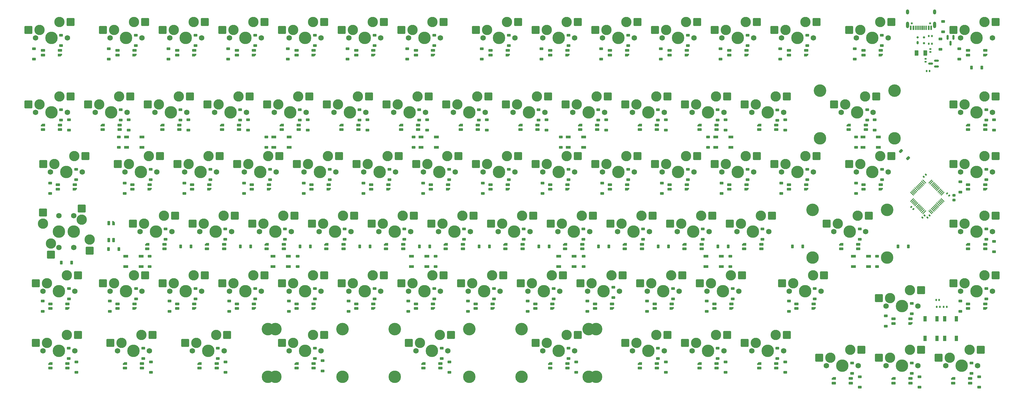
<source format=gbr>
%TF.GenerationSoftware,KiCad,Pcbnew,8.0.4*%
%TF.CreationDate,2024-09-06T17:25:15+02:00*%
%TF.ProjectId,kicad8,6b696361-6438-42e6-9b69-6361645f7063,rev?*%
%TF.SameCoordinates,Original*%
%TF.FileFunction,Soldermask,Bot*%
%TF.FilePolarity,Negative*%
%FSLAX46Y46*%
G04 Gerber Fmt 4.6, Leading zero omitted, Abs format (unit mm)*
G04 Created by KiCad (PCBNEW 8.0.4) date 2024-09-06 17:25:15*
%MOMM*%
%LPD*%
G01*
G04 APERTURE LIST*
G04 Aperture macros list*
%AMRoundRect*
0 Rectangle with rounded corners*
0 $1 Rounding radius*
0 $2 $3 $4 $5 $6 $7 $8 $9 X,Y pos of 4 corners*
0 Add a 4 corners polygon primitive as box body*
4,1,4,$2,$3,$4,$5,$6,$7,$8,$9,$2,$3,0*
0 Add four circle primitives for the rounded corners*
1,1,$1+$1,$2,$3*
1,1,$1+$1,$4,$5*
1,1,$1+$1,$6,$7*
1,1,$1+$1,$8,$9*
0 Add four rect primitives between the rounded corners*
20,1,$1+$1,$2,$3,$4,$5,0*
20,1,$1+$1,$4,$5,$6,$7,0*
20,1,$1+$1,$6,$7,$8,$9,0*
20,1,$1+$1,$8,$9,$2,$3,0*%
%AMFreePoly0*
4,1,18,-0.410000,0.593000,-0.403758,0.624380,-0.385983,0.650983,-0.359380,0.668758,-0.328000,0.675000,0.328000,0.675000,0.359380,0.668758,0.385983,0.650983,0.403758,0.624380,0.410000,0.593000,0.410000,-0.593000,0.403758,-0.624380,0.385983,-0.650983,0.359380,-0.668758,0.328000,-0.675000,0.000000,-0.675000,-0.410000,-0.265000,-0.410000,0.593000,-0.410000,0.593000,$1*%
G04 Aperture macros list end*
%ADD10C,3.987800*%
%ADD11C,4.000000*%
%ADD12RoundRect,0.225000X0.375000X-0.225000X0.375000X0.225000X-0.375000X0.225000X-0.375000X-0.225000X0*%
%ADD13RoundRect,0.082000X0.593000X-0.328000X0.593000X0.328000X-0.593000X0.328000X-0.593000X-0.328000X0*%
%ADD14FreePoly0,90.000000*%
%ADD15RoundRect,0.140000X0.140000X0.170000X-0.140000X0.170000X-0.140000X-0.170000X0.140000X-0.170000X0*%
%ADD16RoundRect,0.225000X-0.375000X0.225000X-0.375000X-0.225000X0.375000X-0.225000X0.375000X0.225000X0*%
%ADD17RoundRect,0.225000X-0.225000X-0.375000X0.225000X-0.375000X0.225000X0.375000X-0.225000X0.375000X0*%
%ADD18C,1.750000*%
%ADD19C,3.300000*%
%ADD20RoundRect,0.250000X1.025000X1.000000X-1.025000X1.000000X-1.025000X-1.000000X1.025000X-1.000000X0*%
%ADD21RoundRect,0.082000X-0.593000X0.328000X-0.593000X-0.328000X0.593000X-0.328000X0.593000X0.328000X0*%
%ADD22FreePoly0,270.000000*%
%ADD23R,1.500000X0.900000*%
%ADD24RoundRect,0.140000X0.170000X-0.140000X0.170000X0.140000X-0.170000X0.140000X-0.170000X-0.140000X0*%
%ADD25RoundRect,0.225000X0.225000X0.375000X-0.225000X0.375000X-0.225000X-0.375000X0.225000X-0.375000X0*%
%ADD26RoundRect,0.140000X-0.219203X-0.021213X-0.021213X-0.219203X0.219203X0.021213X0.021213X0.219203X0*%
%ADD27RoundRect,0.225000X0.250000X-0.225000X0.250000X0.225000X-0.250000X0.225000X-0.250000X-0.225000X0*%
%ADD28RoundRect,0.175000X-0.175000X-0.325000X0.175000X-0.325000X0.175000X0.325000X-0.175000X0.325000X0*%
%ADD29RoundRect,0.150000X-0.200000X-0.150000X0.200000X-0.150000X0.200000X0.150000X-0.200000X0.150000X0*%
%ADD30RoundRect,0.140000X-0.140000X-0.170000X0.140000X-0.170000X0.140000X0.170000X-0.140000X0.170000X0*%
%ADD31RoundRect,0.082000X0.328000X0.593000X-0.328000X0.593000X-0.328000X-0.593000X0.328000X-0.593000X0*%
%ADD32FreePoly0,180.000000*%
%ADD33C,0.650000*%
%ADD34R,0.600000X1.450000*%
%ADD35R,0.300000X1.450000*%
%ADD36O,1.000000X1.600000*%
%ADD37O,1.000000X2.100000*%
%ADD38RoundRect,0.250000X-1.000000X1.025000X-1.000000X-1.025000X1.000000X-1.025000X1.000000X1.025000X0*%
%ADD39RoundRect,0.225000X0.424264X0.106066X0.106066X0.424264X-0.424264X-0.106066X-0.106066X-0.424264X0*%
%ADD40RoundRect,0.135000X0.135000X0.185000X-0.135000X0.185000X-0.135000X-0.185000X0.135000X-0.185000X0*%
%ADD41RoundRect,0.150000X0.587500X0.150000X-0.587500X0.150000X-0.587500X-0.150000X0.587500X-0.150000X0*%
%ADD42RoundRect,0.250000X-0.375000X-0.625000X0.375000X-0.625000X0.375000X0.625000X-0.375000X0.625000X0*%
%ADD43R,1.000000X1.700000*%
%ADD44RoundRect,0.140000X0.021213X-0.219203X0.219203X-0.021213X-0.021213X0.219203X-0.219203X0.021213X0*%
%ADD45RoundRect,0.150000X-0.150000X0.587500X-0.150000X-0.587500X0.150000X-0.587500X0.150000X0.587500X0*%
%ADD46RoundRect,0.135000X-0.135000X-0.185000X0.135000X-0.185000X0.135000X0.185000X-0.135000X0.185000X0*%
%ADD47RoundRect,0.140000X-0.021213X0.219203X-0.219203X0.021213X0.021213X-0.219203X0.219203X-0.021213X0*%
%ADD48RoundRect,0.075000X-0.415425X-0.521491X0.521491X0.415425X0.415425X0.521491X-0.521491X-0.415425X0*%
%ADD49RoundRect,0.075000X0.415425X-0.521491X0.521491X-0.415425X-0.415425X0.521491X-0.521491X0.415425X0*%
%ADD50RoundRect,0.250000X1.000000X-1.025000X1.000000X1.025000X-1.000000X1.025000X-1.000000X-1.025000X0*%
G04 APERTURE END LIST*
D10*
%TO.C,SW1*%
X319936727Y-24773225D03*
%TD*%
D11*
%TO.C,S1*%
X269930477Y-41600725D03*
D10*
X269930477Y-56840725D03*
D11*
X293742977Y-41600725D03*
D10*
X293742977Y-56840725D03*
%TD*%
D11*
%TO.C,S3*%
X96099227Y-117800725D03*
D10*
X96099227Y-133040725D03*
D11*
X196111727Y-117800725D03*
D10*
X196111727Y-133040725D03*
%TD*%
D11*
%TO.C,S5*%
X134199227Y-117800725D03*
D10*
X134199227Y-133040725D03*
D11*
X158011727Y-117800725D03*
D10*
X158011727Y-133040725D03*
%TD*%
D11*
%TO.C,S4*%
X93717977Y-117800725D03*
D10*
X93717977Y-133040725D03*
D11*
X117530477Y-117800725D03*
D10*
X117530477Y-133040725D03*
%TD*%
D11*
%TO.C,S6*%
X174680477Y-117800725D03*
D10*
X174680477Y-133040725D03*
D11*
X198492977Y-117800725D03*
D10*
X198492977Y-133040725D03*
%TD*%
D11*
%TO.C,S2*%
X267549227Y-79700725D03*
D10*
X267549227Y-94940725D03*
D11*
X291361727Y-79700725D03*
D10*
X291361727Y-94940725D03*
%TD*%
D12*
%TO.C,D68*%
X203969852Y-107782600D03*
X203969852Y-104482600D03*
%TD*%
D13*
%TO.C,LED32*%
X283874227Y-71648225D03*
X283874227Y-73148225D03*
X289324227Y-71648225D03*
D14*
X289324227Y-73148225D03*
%TD*%
D15*
%TO.C,C10*%
X304941727Y-35398226D03*
X303981727Y-35398226D03*
%TD*%
D16*
%TO.C,C33*%
X100067977Y-28282600D03*
X100067977Y-31582600D03*
%TD*%
D12*
%TO.C,C103*%
X220717977Y-131595100D03*
X220717977Y-128295100D03*
%TD*%
%TO.C,D35*%
X132532352Y-70079475D03*
X132532352Y-66779475D03*
%TD*%
D17*
%TO.C,C72*%
X123024227Y-91448225D03*
X126324227Y-91448225D03*
%TD*%
D18*
%TO.C,${VALUE}*%
X229766727Y-67635725D03*
D10*
X224686727Y-67635725D03*
D18*
X219606727Y-67635725D03*
D19*
X220876727Y-65095725D03*
D20*
X217326727Y-65095725D03*
X230776727Y-62555725D03*
D19*
X227226727Y-62555725D03*
%TD*%
D21*
%TO.C,LED59*%
X322661727Y-92198225D03*
X322661727Y-90698225D03*
X317211727Y-92198225D03*
D22*
X317211727Y-90698225D03*
%TD*%
D12*
%TO.C,D71*%
X268263602Y-108179475D03*
X268263602Y-104879475D03*
%TD*%
D18*
%TO.C,${VALUE}*%
X210716727Y-67635725D03*
D10*
X205636727Y-67635725D03*
D18*
X200556727Y-67635725D03*
D19*
X201826727Y-65095725D03*
D20*
X198276727Y-65095725D03*
X211726727Y-62555725D03*
D19*
X208176727Y-62555725D03*
%TD*%
D12*
%TO.C,D11*%
X227782352Y-27216975D03*
X227782352Y-23916975D03*
%TD*%
D16*
%TO.C,C90*%
X138564852Y-108848225D03*
X138564852Y-112148225D03*
%TD*%
%TO.C,C37*%
X19105477Y-28282600D03*
X19105477Y-31582600D03*
%TD*%
D21*
%TO.C,LED16*%
X27386727Y-54098225D03*
X27386727Y-52598225D03*
X21936727Y-54098225D03*
D22*
X21936727Y-52598225D03*
%TD*%
D12*
%TO.C,C99*%
X80224227Y-131595100D03*
X80224227Y-128295100D03*
%TD*%
D17*
%TO.C,C74*%
X161124227Y-91448225D03*
X164424227Y-91448225D03*
%TD*%
D12*
%TO.C,C52*%
X325492977Y-54204475D03*
X325492977Y-50904475D03*
%TD*%
D16*
%TO.C,C61*%
X143327352Y-71145100D03*
X143327352Y-74445100D03*
%TD*%
D21*
%TO.C,LED80*%
X189311727Y-130298225D03*
X189311727Y-128798225D03*
X183861727Y-130298225D03*
D22*
X183861727Y-128798225D03*
%TD*%
D13*
%TO.C,LED31*%
X317211727Y-71648225D03*
X317211727Y-73148225D03*
X322661727Y-71648225D03*
D14*
X322661727Y-73148225D03*
%TD*%
D13*
%TO.C,LED2*%
X283874227Y-28785725D03*
X283874227Y-30285725D03*
X289324227Y-28785725D03*
D14*
X289324227Y-30285725D03*
%TD*%
D13*
%TO.C,LED39*%
X145761727Y-71648225D03*
X145761727Y-73148225D03*
X151211727Y-71648225D03*
D14*
X151211727Y-73148225D03*
%TD*%
D12*
%TO.C,C41*%
X87367977Y-54204475D03*
X87367977Y-50904475D03*
%TD*%
D18*
%TO.C,${VALUE}*%
X291679227Y-67635725D03*
D10*
X286599227Y-67635725D03*
D18*
X281519227Y-67635725D03*
D19*
X282789227Y-65095725D03*
D20*
X279239227Y-65095725D03*
X292689227Y-62555725D03*
D19*
X289139227Y-62555725D03*
%TD*%
D12*
%TO.C,D13*%
X265882352Y-27216975D03*
X265882352Y-23916975D03*
%TD*%
%TO.C,C43*%
X125467977Y-54204475D03*
X125467977Y-50904475D03*
%TD*%
%TO.C,D77*%
X108705724Y-127229475D03*
X108705724Y-123929475D03*
%TD*%
D13*
%TO.C,LED10*%
X121949227Y-28785725D03*
X121949227Y-30285725D03*
X127399227Y-28785725D03*
D14*
X127399227Y-30285725D03*
%TD*%
D12*
%TO.C,D17*%
X65857352Y-51029475D03*
X65857352Y-47729475D03*
%TD*%
%TO.C,C11*%
X281439852Y-59760725D03*
X281439852Y-56460725D03*
%TD*%
D17*
%TO.C,C69*%
X65874227Y-91448225D03*
X69174227Y-91448225D03*
%TD*%
D16*
%TO.C,C56*%
X238577352Y-71145100D03*
X238577352Y-74445100D03*
%TD*%
D12*
%TO.C,D64*%
X127769852Y-108179475D03*
X127769852Y-104879475D03*
%TD*%
%TO.C,D39*%
X208732352Y-70079475D03*
X208732352Y-66779475D03*
%TD*%
%TO.C,C98*%
X56411727Y-131595100D03*
X56411727Y-128295100D03*
%TD*%
D16*
%TO.C,C55*%
X257627352Y-71145100D03*
X257627352Y-74445100D03*
%TD*%
D18*
%TO.C,${VALUE}*%
X191666727Y-67635725D03*
D10*
X186586727Y-67635725D03*
D18*
X181506727Y-67635725D03*
D19*
X182776727Y-65095725D03*
D20*
X179226727Y-65095725D03*
X192676727Y-62555725D03*
D19*
X189126727Y-62555725D03*
%TD*%
D18*
%TO.C,${VALUE}*%
X325016727Y-24773225D03*
D10*
X319936727Y-24773225D03*
D18*
X314856727Y-24773225D03*
D19*
X316126727Y-22233225D03*
D20*
X312576727Y-22233225D03*
X326026727Y-19693225D03*
D19*
X322476727Y-19693225D03*
%TD*%
D18*
%TO.C,${VALUE}*%
X177379227Y-86685725D03*
D10*
X172299227Y-86685725D03*
D18*
X167219227Y-86685725D03*
D19*
X168489227Y-84145725D03*
D20*
X164939227Y-84145725D03*
X178389227Y-81605725D03*
D19*
X174839227Y-81605725D03*
%TD*%
D12*
%TO.C,D84*%
X299219852Y-131991975D03*
X299219852Y-128691975D03*
%TD*%
D23*
%TO.C,UL_LED_8*%
X100255477Y-94560725D03*
X100255477Y-97860725D03*
X95355477Y-97860725D03*
X95355477Y-94560725D03*
%TD*%
D21*
%TO.C,LED20*%
X103586727Y-54098225D03*
X103586727Y-52598225D03*
X98136727Y-54098225D03*
D22*
X98136727Y-52598225D03*
%TD*%
D18*
%TO.C,${VALUE}*%
X86891727Y-48585725D03*
D10*
X81811727Y-48585725D03*
D18*
X76731727Y-48585725D03*
D19*
X78001727Y-46045725D03*
D20*
X74451727Y-46045725D03*
X87901727Y-43505725D03*
D19*
X84351727Y-43505725D03*
%TD*%
D12*
%TO.C,D50*%
X137294852Y-89129475D03*
X137294852Y-85829475D03*
%TD*%
%TO.C,D56*%
X251594852Y-89129475D03*
X251594852Y-85829475D03*
%TD*%
D17*
%TO.C,C71*%
X103974227Y-91448225D03*
X107274227Y-91448225D03*
%TD*%
D12*
%TO.C,D52*%
X175394852Y-89129475D03*
X175394852Y-85829475D03*
%TD*%
D18*
%TO.C,${VALUE}*%
X239291727Y-48585725D03*
D10*
X234211727Y-48585725D03*
D18*
X229131727Y-48585725D03*
D19*
X230401727Y-46045725D03*
D20*
X226851727Y-46045725D03*
X240301727Y-43505725D03*
D19*
X236751727Y-43505725D03*
%TD*%
D12*
%TO.C,C46*%
X182617977Y-54204475D03*
X182617977Y-50904475D03*
%TD*%
D16*
%TO.C,C57*%
X219527352Y-71145100D03*
X219527352Y-74445100D03*
%TD*%
D18*
%TO.C,${VALUE}*%
X234529227Y-86685725D03*
D10*
X229449227Y-86685725D03*
D18*
X224369227Y-86685725D03*
D19*
X225639227Y-84145725D03*
D20*
X222089227Y-84145725D03*
X235539227Y-81605725D03*
D19*
X231989227Y-81605725D03*
%TD*%
D18*
%TO.C,${VALUE}*%
X205954227Y-105735725D03*
D10*
X200874227Y-105735725D03*
D18*
X195794227Y-105735725D03*
D19*
X197064227Y-103195725D03*
D20*
X193514227Y-103195725D03*
X206964227Y-100655725D03*
D19*
X203414227Y-100655725D03*
%TD*%
D16*
%TO.C,C35*%
X61967977Y-28282600D03*
X61967977Y-31582600D03*
%TD*%
D12*
%TO.C,C48*%
X220717977Y-54204475D03*
X220717977Y-50904475D03*
%TD*%
%TO.C,D26*%
X237307352Y-51029475D03*
X237307352Y-47729475D03*
%TD*%
%TO.C,D36*%
X151582352Y-70079475D03*
X151582352Y-66779475D03*
%TD*%
D21*
%TO.C,LED54*%
X194074227Y-92198225D03*
X194074227Y-90698225D03*
X188624227Y-92198225D03*
D22*
X188624227Y-90698225D03*
%TD*%
D21*
%TO.C,LED56*%
X232174227Y-92198225D03*
X232174227Y-90698225D03*
X226724227Y-92198225D03*
D22*
X226724227Y-90698225D03*
%TD*%
D17*
%TO.C,C79*%
X261136727Y-91448225D03*
X264436727Y-91448225D03*
%TD*%
D16*
%TO.C,C83*%
X290964852Y-113610725D03*
X290964852Y-116910725D03*
%TD*%
D23*
%TO.C,UL_LED_2*%
X236633602Y-59760725D03*
X236633602Y-56460725D03*
X241533602Y-56460725D03*
X241533602Y-59760725D03*
%TD*%
D13*
%TO.C,LED72*%
X64799227Y-109748225D03*
X64799227Y-111248225D03*
X70249227Y-109748225D03*
D14*
X70249227Y-111248225D03*
%TD*%
D16*
%TO.C,C89*%
X157614852Y-108848225D03*
X157614852Y-112148225D03*
%TD*%
D24*
%TO.C,C8*%
X305131727Y-29278226D03*
X305131727Y-28318226D03*
%TD*%
D12*
%TO.C,D73*%
X299219852Y-112941975D03*
X299219852Y-109641975D03*
%TD*%
D18*
%TO.C,${VALUE}*%
X67841727Y-48585725D03*
D10*
X62761727Y-48585725D03*
D18*
X57681727Y-48585725D03*
D19*
X58951727Y-46045725D03*
D20*
X55401727Y-46045725D03*
X68851727Y-43505725D03*
D19*
X65301727Y-43505725D03*
%TD*%
D25*
%TO.C,R7*%
X321586727Y-34298225D03*
X318286727Y-34298225D03*
%TD*%
D18*
%TO.C,${VALUE}*%
X148804227Y-105735725D03*
D10*
X143724227Y-105735725D03*
D18*
X138644227Y-105735725D03*
D19*
X139914227Y-103195725D03*
D20*
X136364227Y-103195725D03*
X149814227Y-100655725D03*
D19*
X146264227Y-100655725D03*
%TD*%
D18*
%TO.C,${VALUE}*%
X48791727Y-48585725D03*
D10*
X43711727Y-48585725D03*
D18*
X38631727Y-48585725D03*
D19*
X39901727Y-46045725D03*
D20*
X36351727Y-46045725D03*
X49801727Y-43505725D03*
D19*
X46251727Y-43505725D03*
%TD*%
D16*
%TO.C,C28*%
X200080477Y-28282600D03*
X200080477Y-31582600D03*
%TD*%
D12*
%TO.C,D58*%
X323032352Y-89129475D03*
X323032352Y-85829475D03*
%TD*%
D16*
%TO.C,C59*%
X181427352Y-71145100D03*
X181427352Y-74445100D03*
%TD*%
D18*
%TO.C,${VALUE}*%
X55935477Y-124785725D03*
D10*
X50855477Y-124785725D03*
D18*
X45775477Y-124785725D03*
D19*
X47045477Y-122245725D03*
D20*
X43495477Y-122245725D03*
X56945477Y-119705725D03*
D19*
X53395477Y-119705725D03*
%TD*%
D23*
%TO.C,UL_LED_10*%
X191477352Y-94560725D03*
X191477352Y-97860725D03*
X186577352Y-97860725D03*
X186577352Y-94560725D03*
%TD*%
D13*
%TO.C,LED73*%
X45749227Y-109748225D03*
X45749227Y-111248225D03*
X51199227Y-109748225D03*
D14*
X51199227Y-111248225D03*
%TD*%
D12*
%TO.C,D25*%
X218257352Y-51029475D03*
X218257352Y-47729475D03*
%TD*%
D18*
%TO.C,${VALUE}*%
X282154227Y-129548225D03*
D10*
X277074227Y-129548225D03*
D18*
X271994227Y-129548225D03*
D19*
X273264227Y-127008225D03*
D20*
X269714227Y-127008225D03*
X283164227Y-124468225D03*
D19*
X279614227Y-124468225D03*
%TD*%
D21*
%TO.C,LED48*%
X79774227Y-92198225D03*
X79774227Y-90698225D03*
X74324227Y-92198225D03*
D22*
X74324227Y-90698225D03*
%TD*%
D12*
%TO.C,D9*%
X189682352Y-27216975D03*
X189682352Y-23916975D03*
%TD*%
%TO.C,D86*%
X309221102Y-22851350D03*
X309221102Y-19551350D03*
%TD*%
D26*
%TO.C,C7*%
X299084200Y-78821253D03*
X299763022Y-79500075D03*
%TD*%
D12*
%TO.C,D75*%
X53951102Y-127229475D03*
X53951102Y-123929475D03*
%TD*%
D21*
%TO.C,LED57*%
X251224227Y-92198225D03*
X251224227Y-90698225D03*
X245774227Y-92198225D03*
D22*
X245774227Y-90698225D03*
%TD*%
D16*
%TO.C,C22*%
X288186727Y-94560725D03*
X288186727Y-97860725D03*
%TD*%
%TO.C,C96*%
X21883602Y-108848225D03*
X21883602Y-112148225D03*
%TD*%
D13*
%TO.C,LED70*%
X102899227Y-109748225D03*
X102899227Y-111248225D03*
X108349227Y-109748225D03*
D14*
X108349227Y-111248225D03*
%TD*%
D23*
%TO.C,UL_LED_4*%
X142633602Y-59760725D03*
X142633602Y-56460725D03*
X147533602Y-56460725D03*
X147533602Y-59760725D03*
%TD*%
D12*
%TO.C,D34*%
X113482352Y-70079475D03*
X113482352Y-66779475D03*
%TD*%
D16*
%TO.C,C26*%
X238180477Y-28282600D03*
X238180477Y-31582600D03*
%TD*%
D13*
%TO.C,LED35*%
X221961727Y-71648225D03*
X221961727Y-73148225D03*
X227411727Y-71648225D03*
D14*
X227411727Y-73148225D03*
%TD*%
D18*
%TO.C,${VALUE}*%
X320254227Y-129548225D03*
D10*
X315174227Y-129548225D03*
D18*
X310094227Y-129548225D03*
D19*
X311364227Y-127008225D03*
D20*
X307814227Y-127008225D03*
X321264227Y-124468225D03*
D19*
X317714227Y-124468225D03*
%TD*%
D23*
%TO.C,UL_LED_1*%
X283633602Y-59760725D03*
X283633602Y-56460725D03*
X288533602Y-56460725D03*
X288533602Y-59760725D03*
%TD*%
D13*
%TO.C,LED60*%
X317211727Y-109748225D03*
X317211727Y-111248225D03*
X322661727Y-109748225D03*
D14*
X322661727Y-111248225D03*
%TD*%
D16*
%TO.C,C18*%
X103242977Y-94560725D03*
X103242977Y-97860725D03*
%TD*%
D13*
%TO.C,LED38*%
X164811727Y-71648225D03*
X164811727Y-73148225D03*
X170261727Y-71648225D03*
D14*
X170261727Y-73148225D03*
%TD*%
D12*
%TO.C,C15*%
X93211727Y-59760725D03*
X93211727Y-56460725D03*
%TD*%
%TO.C,C49*%
X239767977Y-54204475D03*
X239767977Y-50904475D03*
%TD*%
D18*
%TO.C,${VALUE}*%
X291679227Y-24773225D03*
D10*
X286599227Y-24773225D03*
D18*
X281519227Y-24773225D03*
D19*
X282789227Y-22233225D03*
D20*
X279239227Y-22233225D03*
X292689227Y-19693225D03*
D19*
X289139227Y-19693225D03*
%TD*%
D17*
%TO.C,C77*%
X218274227Y-91448225D03*
X221574227Y-91448225D03*
%TD*%
D12*
%TO.C,D65*%
X146819852Y-108179475D03*
X146819852Y-104879475D03*
%TD*%
D13*
%TO.C,LED40*%
X126711727Y-71648225D03*
X126711727Y-73148225D03*
X132161727Y-71648225D03*
D14*
X132161727Y-73148225D03*
%TD*%
D13*
%TO.C,LED8*%
X164811727Y-28785725D03*
X164811727Y-30285725D03*
X170261727Y-28785725D03*
D14*
X170261727Y-30285725D03*
%TD*%
D12*
%TO.C,D49*%
X118244852Y-89129475D03*
X118244852Y-85829475D03*
%TD*%
D18*
%TO.C,${VALUE}*%
X301204227Y-129548225D03*
D10*
X296124227Y-129548225D03*
D18*
X291044227Y-129548225D03*
D19*
X292314227Y-127008225D03*
D20*
X288764227Y-127008225D03*
X302214227Y-124468225D03*
D19*
X298664227Y-124468225D03*
%TD*%
D27*
%TO.C,C2*%
X312689183Y-76579124D03*
X312689183Y-75029124D03*
%TD*%
D13*
%TO.C,LED43*%
X69561727Y-71648225D03*
X69561727Y-73148225D03*
X75011727Y-71648225D03*
D14*
X75011727Y-73148225D03*
%TD*%
D16*
%TO.C,C95*%
X43314852Y-108848225D03*
X43314852Y-112148225D03*
%TD*%
D18*
%TO.C,${VALUE}*%
X325016727Y-67635725D03*
D10*
X319936727Y-67635725D03*
D18*
X314856727Y-67635725D03*
D19*
X316126727Y-65095725D03*
D20*
X312576727Y-65095725D03*
X326026727Y-62555725D03*
D19*
X322476727Y-62555725D03*
%TD*%
D18*
%TO.C,${VALUE}*%
X220241727Y-124785725D03*
D10*
X215161727Y-124785725D03*
D18*
X210081727Y-124785725D03*
D19*
X211351727Y-122245725D03*
D20*
X207801727Y-122245725D03*
X221251727Y-119705725D03*
D19*
X217701727Y-119705725D03*
%TD*%
D12*
%TO.C,D33*%
X94432352Y-70079475D03*
X94432352Y-66779475D03*
%TD*%
D21*
%TO.C,LED83*%
X255986727Y-130298225D03*
X255986727Y-128798225D03*
X250536727Y-130298225D03*
D22*
X250536727Y-128798225D03*
%TD*%
D12*
%TO.C,D63*%
X108719852Y-108179475D03*
X108719852Y-104879475D03*
%TD*%
D23*
%TO.C,UL_LED_7*%
X53255477Y-94560725D03*
X53255477Y-97860725D03*
X48355477Y-97860725D03*
X48355477Y-94560725D03*
%TD*%
D12*
%TO.C,D59*%
X30217977Y-108179475D03*
X30217977Y-104879475D03*
%TD*%
%TO.C,C97*%
X32599227Y-131595100D03*
X32599227Y-128295100D03*
%TD*%
%TO.C,D10*%
X208732352Y-27216975D03*
X208732352Y-23916975D03*
%TD*%
%TO.C,D19*%
X103957352Y-51029475D03*
X103957352Y-47729475D03*
%TD*%
%TO.C,C47*%
X201667977Y-54204475D03*
X201667977Y-50904475D03*
%TD*%
D25*
%TO.C,D45*%
X31074227Y-96607600D03*
X27774227Y-96607600D03*
%TD*%
D18*
%TO.C,${VALUE}*%
X301204227Y-110498225D03*
D10*
X296124227Y-110498225D03*
D18*
X291044227Y-110498225D03*
D19*
X292314227Y-107958225D03*
D20*
X288764227Y-107958225D03*
X302214227Y-105418225D03*
D19*
X298664227Y-105418225D03*
%TD*%
D12*
%TO.C,D20*%
X123007352Y-51029475D03*
X123007352Y-47729475D03*
%TD*%
D23*
%TO.C,UL_LED_5*%
X95633602Y-59760725D03*
X95633602Y-56460725D03*
X100533602Y-56460725D03*
X100533602Y-59760725D03*
%TD*%
D12*
%TO.C,C108*%
X320730477Y-136357600D03*
X320730477Y-133057600D03*
%TD*%
D28*
%TO.C,U2*%
X301131727Y-26298226D03*
D29*
X301131727Y-24598226D03*
X303131727Y-24598226D03*
X303131727Y-26498226D03*
%TD*%
D12*
%TO.C,D61*%
X70619852Y-108179475D03*
X70619852Y-104879475D03*
%TD*%
D18*
%TO.C,${VALUE}*%
X139279227Y-86685725D03*
D10*
X134199227Y-86685725D03*
D18*
X129119227Y-86685725D03*
D19*
X130389227Y-84145725D03*
D20*
X126839227Y-84145725D03*
X140289227Y-81605725D03*
D19*
X136739227Y-81605725D03*
%TD*%
D13*
%TO.C,LED63*%
X236249227Y-109748225D03*
X236249227Y-111248225D03*
X241699227Y-109748225D03*
D14*
X241699227Y-111248225D03*
%TD*%
D30*
%TO.C,C1*%
X307009851Y-108473223D03*
X307969851Y-108473223D03*
%TD*%
D31*
%TO.C,LED46*%
X42961727Y-89410725D03*
X44461727Y-89410725D03*
X42961727Y-83960725D03*
D32*
X44461727Y-83960725D03*
%TD*%
D33*
%TO.C,J1*%
X299282204Y-20114766D03*
X305062204Y-20114766D03*
D34*
X298922204Y-21559766D03*
X299722204Y-21559766D03*
D35*
X300922204Y-21559766D03*
X301922204Y-21559766D03*
X302422204Y-21559766D03*
X303422204Y-21559766D03*
D34*
X304622204Y-21559766D03*
X305422204Y-21559766D03*
X305422204Y-21559766D03*
X304622204Y-21559766D03*
D35*
X303922204Y-21559766D03*
X302922204Y-21559766D03*
X301422204Y-21559766D03*
X300422204Y-21559766D03*
D34*
X299722204Y-21559766D03*
X298922204Y-21559766D03*
D36*
X297852204Y-16464766D03*
D37*
X297852204Y-20644766D03*
D36*
X306492204Y-16464766D03*
D37*
X306492204Y-20644766D03*
%TD*%
D18*
%TO.C,${VALUE}*%
X267866727Y-67635725D03*
D10*
X262786727Y-67635725D03*
D18*
X257706727Y-67635725D03*
D19*
X258976727Y-65095725D03*
D20*
X255426727Y-65095725D03*
X268876727Y-62555725D03*
D19*
X265326727Y-62555725D03*
%TD*%
D16*
%TO.C,C31*%
X138167977Y-28282600D03*
X138167977Y-31582600D03*
%TD*%
D12*
%TO.C,D1*%
X27757352Y-27216975D03*
X27757352Y-23916975D03*
%TD*%
D18*
%TO.C,${VALUE}*%
X27055477Y-81605725D03*
D10*
X27055477Y-86685725D03*
D18*
X27055477Y-91765725D03*
D19*
X24515477Y-90495725D03*
D38*
X24515477Y-94045725D03*
X21975477Y-80595725D03*
D19*
X21975477Y-84145725D03*
%TD*%
D12*
%TO.C,D7*%
X146819852Y-27216975D03*
X146819852Y-23916975D03*
%TD*%
%TO.C,D83*%
X280169852Y-131991975D03*
X280169852Y-128691975D03*
%TD*%
%TO.C,D79*%
X189680800Y-127229475D03*
X189680800Y-123929475D03*
%TD*%
D21*
%TO.C,LED55*%
X213124227Y-92198225D03*
X213124227Y-90698225D03*
X207674227Y-92198225D03*
D22*
X207674227Y-90698225D03*
%TD*%
D12*
%TO.C,D28*%
X285011727Y-51029475D03*
X285011727Y-47729475D03*
%TD*%
%TO.C,D3*%
X70619852Y-27216975D03*
X70619852Y-23916975D03*
%TD*%
D39*
%TO.C,R6*%
X298084703Y-63246201D03*
X295751251Y-60912749D03*
%TD*%
D18*
%TO.C,${VALUE}*%
X32122977Y-124785725D03*
D10*
X27042977Y-124785725D03*
D18*
X21962977Y-124785725D03*
D19*
X23232977Y-122245725D03*
D20*
X19682977Y-122245725D03*
X33132977Y-119705725D03*
D19*
X29582977Y-119705725D03*
%TD*%
D16*
%TO.C,C63*%
X105227352Y-71145100D03*
X105227352Y-74445100D03*
%TD*%
D21*
%TO.C,LED52*%
X155974227Y-92198225D03*
X155974227Y-90698225D03*
X150524227Y-92198225D03*
D22*
X150524227Y-90698225D03*
%TD*%
D12*
%TO.C,D70*%
X242069852Y-108179475D03*
X242069852Y-104879475D03*
%TD*%
%TO.C,D41*%
X246832352Y-70079475D03*
X246832352Y-66779475D03*
%TD*%
%TO.C,D55*%
X232544852Y-89129475D03*
X232544852Y-85829475D03*
%TD*%
D13*
%TO.C,LED62*%
X262442977Y-109748225D03*
X262442977Y-111248225D03*
X267892977Y-109748225D03*
D14*
X267892977Y-111248225D03*
%TD*%
D12*
%TO.C,D22*%
X161107352Y-51029475D03*
X161107352Y-47729475D03*
%TD*%
%TO.C,C13*%
X187211727Y-59760725D03*
X187211727Y-56460725D03*
%TD*%
D16*
%TO.C,C67*%
X24264852Y-71145100D03*
X24264852Y-74445100D03*
%TD*%
D13*
%TO.C,LED74*%
X24317977Y-109748225D03*
X24317977Y-111248225D03*
X29767977Y-109748225D03*
D14*
X29767977Y-111248225D03*
%TD*%
D16*
%TO.C,C29*%
X181030477Y-28282600D03*
X181030477Y-31582600D03*
%TD*%
D18*
%TO.C,${VALUE}*%
X110704227Y-105735725D03*
D10*
X105624227Y-105735725D03*
D18*
X100544227Y-105735725D03*
D19*
X101814227Y-103195725D03*
D20*
X98264227Y-103195725D03*
X111714227Y-100655725D03*
D19*
X108164227Y-100655725D03*
%TD*%
D12*
%TO.C,C12*%
X234211727Y-59760725D03*
X234211727Y-56460725D03*
%TD*%
D18*
%TO.C,${VALUE}*%
X248816727Y-24773225D03*
D10*
X243736727Y-24773225D03*
D18*
X238656727Y-24773225D03*
D19*
X239926727Y-22233225D03*
D20*
X236376727Y-22233225D03*
X249826727Y-19693225D03*
D19*
X246276727Y-19693225D03*
%TD*%
D21*
%TO.C,LED27*%
X236936727Y-54098225D03*
X236936727Y-52598225D03*
X231486727Y-54098225D03*
D22*
X231486727Y-52598225D03*
%TD*%
D40*
%TO.C,R1*%
X305641727Y-26598226D03*
X304621727Y-26598226D03*
%TD*%
D16*
%TO.C,R5*%
X308427352Y-25107600D03*
X308427352Y-28407600D03*
%TD*%
D21*
%TO.C,LED21*%
X122636727Y-54098225D03*
X122636727Y-52598225D03*
X117186727Y-54098225D03*
D22*
X117186727Y-52598225D03*
%TD*%
D13*
%TO.C,LED69*%
X121949227Y-109748225D03*
X121949227Y-111248225D03*
X127399227Y-109748225D03*
D14*
X127399227Y-111248225D03*
%TD*%
D18*
%TO.C,${VALUE}*%
X110704227Y-24773225D03*
D10*
X105624227Y-24773225D03*
D18*
X100544227Y-24773225D03*
D19*
X101814227Y-22233225D03*
D20*
X98264227Y-22233225D03*
X111714227Y-19693225D03*
D19*
X108164227Y-19693225D03*
%TD*%
D13*
%TO.C,LED34*%
X241011727Y-71648225D03*
X241011727Y-73148225D03*
X246461727Y-71648225D03*
D14*
X246461727Y-73148225D03*
%TD*%
D18*
%TO.C,${VALUE}*%
X210716727Y-24773225D03*
D10*
X205636727Y-24773225D03*
D18*
X200556727Y-24773225D03*
D19*
X201826727Y-22233225D03*
D20*
X198276727Y-22233225D03*
X211726727Y-19693225D03*
D19*
X208176727Y-19693225D03*
%TD*%
D16*
%TO.C,C19*%
X147296102Y-94560725D03*
X147296102Y-97860725D03*
%TD*%
D12*
%TO.C,D72*%
X323032352Y-108179475D03*
X323032352Y-104879475D03*
%TD*%
%TO.C,D2*%
X51569852Y-27216975D03*
X51569852Y-23916975D03*
%TD*%
D16*
%TO.C,C91*%
X119514852Y-108848225D03*
X119514852Y-112148225D03*
%TD*%
D21*
%TO.C,LED50*%
X117874227Y-92198225D03*
X117874227Y-90698225D03*
X112424227Y-92198225D03*
D22*
X112424227Y-90698225D03*
%TD*%
D13*
%TO.C,LED36*%
X202911727Y-71648225D03*
X202911727Y-73148225D03*
X208361727Y-71648225D03*
D14*
X208361727Y-73148225D03*
%TD*%
D13*
%TO.C,LED66*%
X179099227Y-109748225D03*
X179099227Y-111248225D03*
X184549227Y-109748225D03*
D14*
X184549227Y-111248225D03*
%TD*%
D41*
%TO.C,U3*%
X307131727Y-32048226D03*
X307131727Y-33948226D03*
X305256727Y-32998226D03*
%TD*%
D18*
%TO.C,${VALUE}*%
X77366727Y-67635725D03*
D10*
X72286727Y-67635725D03*
D18*
X67206727Y-67635725D03*
D19*
X68476727Y-65095725D03*
D20*
X64926727Y-65095725D03*
X78376727Y-62555725D03*
D19*
X74826727Y-62555725D03*
%TD*%
D21*
%TO.C,LED25*%
X198836727Y-54098225D03*
X198836727Y-52598225D03*
X193386727Y-54098225D03*
D22*
X193386727Y-52598225D03*
%TD*%
D12*
%TO.C,D67*%
X184919852Y-108179475D03*
X184919852Y-104879475D03*
%TD*%
D18*
%TO.C,${VALUE}*%
X101179227Y-86685725D03*
D10*
X96099227Y-86685725D03*
D18*
X91019227Y-86685725D03*
D19*
X92289227Y-84145725D03*
D20*
X88739227Y-84145725D03*
X102189227Y-81605725D03*
D19*
X98639227Y-81605725D03*
%TD*%
D12*
%TO.C,D21*%
X142057352Y-51029475D03*
X142057352Y-47729475D03*
%TD*%
%TO.C,D23*%
X180157352Y-51029475D03*
X180157352Y-47729475D03*
%TD*%
D17*
%TO.C,C76*%
X199224227Y-91448225D03*
X202524227Y-91448225D03*
%TD*%
D16*
%TO.C,C86*%
X214764852Y-108848225D03*
X214764852Y-112148225D03*
%TD*%
D21*
%TO.C,LED19*%
X84536727Y-54098225D03*
X84536727Y-52598225D03*
X79086727Y-54098225D03*
D22*
X79086727Y-52598225D03*
%TD*%
D12*
%TO.C,D51*%
X156344852Y-89129475D03*
X156344852Y-85829475D03*
%TD*%
D18*
%TO.C,${VALUE}*%
X258341727Y-48585725D03*
D10*
X253261727Y-48585725D03*
D18*
X248181727Y-48585725D03*
D19*
X249451727Y-46045725D03*
D20*
X245901727Y-46045725D03*
X259351727Y-43505725D03*
D19*
X255801727Y-43505725D03*
%TD*%
D12*
%TO.C,C107*%
X301680477Y-136357600D03*
X301680477Y-133057600D03*
%TD*%
D18*
%TO.C,${VALUE}*%
X53554227Y-24773225D03*
D10*
X48474227Y-24773225D03*
D18*
X43394227Y-24773225D03*
D19*
X44664227Y-22233225D03*
D20*
X41114227Y-22233225D03*
X54564227Y-19693225D03*
D19*
X51014227Y-19693225D03*
%TD*%
D18*
%TO.C,${VALUE}*%
X258341727Y-124785725D03*
D10*
X253261727Y-124785725D03*
D18*
X248181727Y-124785725D03*
D19*
X249451727Y-122245725D03*
D20*
X245901727Y-122245725D03*
X259351727Y-119705725D03*
D19*
X255801727Y-119705725D03*
%TD*%
D21*
%TO.C,LED79*%
X148830477Y-130298225D03*
X148830477Y-128798225D03*
X143380477Y-130298225D03*
D22*
X143380477Y-128798225D03*
%TD*%
D18*
%TO.C,${VALUE}*%
X96416727Y-67635725D03*
D10*
X91336727Y-67635725D03*
D18*
X86256727Y-67635725D03*
D19*
X87526727Y-65095725D03*
D20*
X83976727Y-65095725D03*
X97426727Y-62555725D03*
D19*
X93876727Y-62555725D03*
%TD*%
D12*
%TO.C,D32*%
X75382352Y-70079475D03*
X75382352Y-66779475D03*
%TD*%
%TO.C,D42*%
X265882352Y-70079475D03*
X265882352Y-66779475D03*
%TD*%
%TO.C,D54*%
X213494852Y-89129475D03*
X213494852Y-85829475D03*
%TD*%
D18*
%TO.C,${VALUE}*%
X124991727Y-48585725D03*
D10*
X119911727Y-48585725D03*
D18*
X114831727Y-48585725D03*
D19*
X116101727Y-46045725D03*
D20*
X112551727Y-46045725D03*
X126001727Y-43505725D03*
D19*
X122451727Y-43505725D03*
%TD*%
D16*
%TO.C,C25*%
X257230477Y-28282600D03*
X257230477Y-31582600D03*
%TD*%
D12*
%TO.C,D4*%
X89669852Y-27216975D03*
X89669852Y-23916975D03*
%TD*%
%TO.C,C45*%
X163567977Y-54204475D03*
X163567977Y-50904475D03*
%TD*%
D13*
%TO.C,LED68*%
X140999227Y-109748225D03*
X140999227Y-111248225D03*
X146449227Y-109748225D03*
D14*
X146449227Y-111248225D03*
%TD*%
D16*
%TO.C,C93*%
X81414852Y-108848225D03*
X81414852Y-112148225D03*
%TD*%
D12*
%TO.C,D8*%
X170632352Y-27216975D03*
X170632352Y-23916975D03*
%TD*%
D18*
%TO.C,${VALUE}*%
X220241727Y-48585725D03*
D10*
X215161727Y-48585725D03*
D18*
X210081727Y-48585725D03*
D19*
X211351727Y-46045725D03*
D20*
X207801727Y-46045725D03*
X221251727Y-43505725D03*
D19*
X217701727Y-43505725D03*
%TD*%
D13*
%TO.C,LED42*%
X88611727Y-71648225D03*
X88611727Y-73148225D03*
X94061727Y-71648225D03*
D14*
X94061727Y-73148225D03*
%TD*%
D18*
%TO.C,${VALUE}*%
X182141727Y-48585725D03*
D10*
X177061727Y-48585725D03*
D18*
X171981727Y-48585725D03*
D19*
X173251727Y-46045725D03*
D20*
X169701727Y-46045725D03*
X183151727Y-43505725D03*
D19*
X179601727Y-43505725D03*
%TD*%
D12*
%TO.C,D16*%
X46807352Y-51029475D03*
X46807352Y-47729475D03*
%TD*%
D21*
%TO.C,LED23*%
X160736727Y-54098225D03*
X160736727Y-52598225D03*
X155286727Y-54098225D03*
D22*
X155286727Y-52598225D03*
%TD*%
D12*
%TO.C,C51*%
X287392977Y-54204475D03*
X287392977Y-50904475D03*
%TD*%
D13*
%TO.C,LED37*%
X183861727Y-71648225D03*
X183861727Y-73148225D03*
X189311727Y-71648225D03*
D14*
X189311727Y-73148225D03*
%TD*%
D16*
%TO.C,C65*%
X67127352Y-71145100D03*
X67127352Y-74445100D03*
%TD*%
D12*
%TO.C,D47*%
X80144852Y-89129475D03*
X80144852Y-85829475D03*
%TD*%
D24*
%TO.C,C9*%
X303611727Y-32398226D03*
X303611727Y-31438226D03*
%TD*%
D23*
%TO.C,UL_LED_3*%
X189633602Y-59760725D03*
X189633602Y-56460725D03*
X194533602Y-56460725D03*
X194533602Y-59760725D03*
%TD*%
D18*
%TO.C,${VALUE}*%
X110704227Y-124785725D03*
D10*
X105624227Y-124785725D03*
D18*
X100544227Y-124785725D03*
D19*
X101814227Y-122245725D03*
D20*
X98264227Y-122245725D03*
X111714227Y-119705725D03*
D19*
X108164227Y-119705725D03*
%TD*%
D12*
%TO.C,C42*%
X106417977Y-54204475D03*
X106417977Y-50904475D03*
%TD*%
D13*
%TO.C,LED44*%
X50511727Y-71648225D03*
X50511727Y-73148225D03*
X55961727Y-71648225D03*
D14*
X55961727Y-73148225D03*
%TD*%
D18*
%TO.C,${VALUE}*%
X29741727Y-48585725D03*
D10*
X24661727Y-48585725D03*
D18*
X19581727Y-48585725D03*
D19*
X20851727Y-46045725D03*
D20*
X17301727Y-46045725D03*
X30751727Y-43505725D03*
D19*
X27201727Y-43505725D03*
%TD*%
D12*
%TO.C,D57*%
X282630477Y-89129475D03*
X282630477Y-85829475D03*
%TD*%
%TO.C,C81*%
X325492977Y-93098225D03*
X325492977Y-89798225D03*
%TD*%
D18*
%TO.C,${VALUE}*%
X163091727Y-48585725D03*
D10*
X158011727Y-48585725D03*
D18*
X152931727Y-48585725D03*
D19*
X154201727Y-46045725D03*
D20*
X150651727Y-46045725D03*
X164101727Y-43505725D03*
D19*
X160551727Y-43505725D03*
%TD*%
D13*
%TO.C,LED61*%
X293399227Y-114510725D03*
X293399227Y-116010725D03*
X298849227Y-114510725D03*
D14*
X298849227Y-116010725D03*
%TD*%
D18*
%TO.C,${VALUE}*%
X325016727Y-48585725D03*
D10*
X319936727Y-48585725D03*
D18*
X314856727Y-48585725D03*
D19*
X316126727Y-46045725D03*
D20*
X312576727Y-46045725D03*
X326026727Y-43505725D03*
D19*
X322476727Y-43505725D03*
%TD*%
D23*
%TO.C,UL_LED_11*%
X238477352Y-94560725D03*
X238477352Y-97860725D03*
X233577352Y-97860725D03*
X233577352Y-94560725D03*
%TD*%
D18*
%TO.C,${VALUE}*%
X53554227Y-105735725D03*
D10*
X48474227Y-105735725D03*
D18*
X43394227Y-105735725D03*
D19*
X44664227Y-103195725D03*
D20*
X41114227Y-103195725D03*
X54564227Y-100655725D03*
D19*
X51014227Y-100655725D03*
%TD*%
D18*
%TO.C,${VALUE}*%
X115466727Y-67635725D03*
D10*
X110386727Y-67635725D03*
D18*
X105306727Y-67635725D03*
D19*
X106576727Y-65095725D03*
D20*
X103026727Y-65095725D03*
X116476727Y-62555725D03*
D19*
X112926727Y-62555725D03*
%TD*%
D13*
%TO.C,LED64*%
X217199227Y-109748225D03*
X217199227Y-111248225D03*
X222649227Y-109748225D03*
D14*
X222649227Y-111248225D03*
%TD*%
D18*
%TO.C,${VALUE}*%
X267866727Y-24773225D03*
D10*
X262786727Y-24773225D03*
D18*
X257706727Y-24773225D03*
D19*
X258976727Y-22233225D03*
D20*
X255426727Y-22233225D03*
X268876727Y-19693225D03*
D19*
X265326727Y-19693225D03*
%TD*%
D12*
%TO.C,D74*%
X30138602Y-127229475D03*
X30138602Y-123929475D03*
%TD*%
%TO.C,C105*%
X258817977Y-131595100D03*
X258817977Y-128295100D03*
%TD*%
D18*
%TO.C,${VALUE}*%
X129754227Y-105735725D03*
D10*
X124674227Y-105735725D03*
D18*
X119594227Y-105735725D03*
D19*
X120864227Y-103195725D03*
D20*
X117314227Y-103195725D03*
X130764227Y-100655725D03*
D19*
X127214227Y-100655725D03*
%TD*%
D13*
%TO.C,LED1*%
X317211727Y-28785725D03*
X317211727Y-30285725D03*
X322661727Y-28785725D03*
D14*
X322661727Y-30285725D03*
%TD*%
D12*
%TO.C,D29*%
X323032352Y-51029475D03*
X323032352Y-47729475D03*
%TD*%
D18*
%TO.C,${VALUE}*%
X325016727Y-86685725D03*
D10*
X319936727Y-86685725D03*
D18*
X314856727Y-86685725D03*
D19*
X316126727Y-84145725D03*
D20*
X312576727Y-84145725D03*
X326026727Y-81605725D03*
D19*
X322476727Y-81605725D03*
%TD*%
D42*
%TO.C,F1*%
X300731727Y-29598226D03*
X303531727Y-29598226D03*
%TD*%
D21*
%TO.C,LED26*%
X217886727Y-54098225D03*
X217886727Y-52598225D03*
X212436727Y-54098225D03*
D22*
X212436727Y-52598225D03*
%TD*%
D12*
%TO.C,C50*%
X258817977Y-54204475D03*
X258817977Y-50904475D03*
%TD*%
%TO.C,C100*%
X111180477Y-131198225D03*
X111180477Y-127898225D03*
%TD*%
D21*
%TO.C,LED76*%
X53580477Y-130298225D03*
X53580477Y-128798225D03*
X48130477Y-130298225D03*
D22*
X48130477Y-128798225D03*
%TD*%
D21*
%TO.C,LED53*%
X175024227Y-92198225D03*
X175024227Y-90698225D03*
X169574227Y-92198225D03*
D22*
X169574227Y-90698225D03*
%TD*%
D18*
%TO.C,${VALUE}*%
X270247977Y-105735725D03*
D10*
X265167977Y-105735725D03*
D18*
X260087977Y-105735725D03*
D19*
X261357977Y-103195725D03*
D20*
X257807977Y-103195725D03*
X271257977Y-100655725D03*
D19*
X267707977Y-100655725D03*
%TD*%
D12*
%TO.C,D82*%
X256357352Y-127229475D03*
X256357352Y-123929475D03*
%TD*%
%TO.C,D85*%
X318269852Y-131991975D03*
X318269852Y-128691975D03*
%TD*%
D43*
%TO.C,BOOT1*%
X313502352Y-120791975D03*
X313502352Y-114491975D03*
X309702352Y-120791975D03*
X309702352Y-114491975D03*
%TD*%
D18*
%TO.C,${VALUE}*%
X253579227Y-86685725D03*
D10*
X248499227Y-86685725D03*
D18*
X243419227Y-86685725D03*
D19*
X244689227Y-84145725D03*
D20*
X241139227Y-84145725D03*
X254589227Y-81605725D03*
D19*
X251039227Y-81605725D03*
%TD*%
D18*
%TO.C,${VALUE}*%
X225004227Y-105735725D03*
D10*
X219924227Y-105735725D03*
D18*
X214844227Y-105735725D03*
D19*
X216114227Y-103195725D03*
D20*
X212564227Y-103195725D03*
X226014227Y-100655725D03*
D19*
X222464227Y-100655725D03*
%TD*%
D16*
%TO.C,C66*%
X48077352Y-71145100D03*
X48077352Y-74445100D03*
%TD*%
D12*
%TO.C,D66*%
X165869852Y-108179475D03*
X165869852Y-104879475D03*
%TD*%
%TO.C,D44*%
X323032352Y-70079475D03*
X323032352Y-66779475D03*
%TD*%
D21*
%TO.C,LED58*%
X282180477Y-92198225D03*
X282180477Y-90698225D03*
X276730477Y-92198225D03*
D22*
X276730477Y-90698225D03*
%TD*%
D16*
%TO.C,C84*%
X260008602Y-108848225D03*
X260008602Y-112148225D03*
%TD*%
D21*
%TO.C,LED49*%
X98824227Y-92198225D03*
X98824227Y-90698225D03*
X93374227Y-92198225D03*
D22*
X93374227Y-90698225D03*
%TD*%
D12*
%TO.C,C16*%
X46211727Y-59760725D03*
X46211727Y-56460725D03*
%TD*%
D18*
%TO.C,${VALUE}*%
X91654227Y-24773225D03*
D10*
X86574227Y-24773225D03*
D18*
X81494227Y-24773225D03*
D19*
X82764227Y-22233225D03*
D20*
X79214227Y-22233225D03*
X92664227Y-19693225D03*
D19*
X89114227Y-19693225D03*
%TD*%
D12*
%TO.C,D76*%
X77763602Y-127229475D03*
X77763602Y-123929475D03*
%TD*%
%TO.C,C40*%
X68317977Y-54204475D03*
X68317977Y-50904475D03*
%TD*%
D40*
%TO.C,R3*%
X310456102Y-110723223D03*
X309436102Y-110723223D03*
%TD*%
D13*
%TO.C,LED14*%
X45749227Y-28785725D03*
X45749227Y-30285725D03*
X51199227Y-28785725D03*
D14*
X51199227Y-30285725D03*
%TD*%
D18*
%TO.C,${VALUE}*%
X72604227Y-24773225D03*
D10*
X67524227Y-24773225D03*
D18*
X62444227Y-24773225D03*
D19*
X63714227Y-22233225D03*
D20*
X60164227Y-22233225D03*
X73614227Y-19693225D03*
D19*
X70064227Y-19693225D03*
%TD*%
D21*
%TO.C,LED86*%
X317899227Y-135060725D03*
X317899227Y-133560725D03*
X312449227Y-135060725D03*
D22*
X312449227Y-133560725D03*
%TD*%
D12*
%TO.C,D12*%
X246832352Y-27216975D03*
X246832352Y-23916975D03*
%TD*%
D23*
%TO.C,UL_LED_9*%
X144477352Y-94560725D03*
X144477352Y-97860725D03*
X139577352Y-97860725D03*
X139577352Y-94560725D03*
%TD*%
D18*
%TO.C,${VALUE}*%
X191666727Y-124785725D03*
D10*
X186586727Y-124785725D03*
D18*
X181506727Y-124785725D03*
D19*
X182776727Y-122245725D03*
D20*
X179226727Y-122245725D03*
X192676727Y-119705725D03*
D19*
X189126727Y-119705725D03*
%TD*%
D18*
%TO.C,${VALUE}*%
X79747977Y-124785725D03*
D10*
X74667977Y-124785725D03*
D18*
X69587977Y-124785725D03*
D19*
X70857977Y-122245725D03*
D20*
X67307977Y-122245725D03*
X80757977Y-119705725D03*
D19*
X77207977Y-119705725D03*
%TD*%
D21*
%TO.C,LED78*%
X108349227Y-130298225D03*
X108349227Y-128798225D03*
X102899227Y-130298225D03*
D22*
X102899227Y-128798225D03*
%TD*%
D17*
%TO.C,C80*%
X294871102Y-91448225D03*
X298171102Y-91448225D03*
%TD*%
D18*
%TO.C,${VALUE}*%
X186904227Y-105735725D03*
D10*
X181824227Y-105735725D03*
D18*
X176744227Y-105735725D03*
D19*
X178014227Y-103195725D03*
D20*
X174464227Y-103195725D03*
X187914227Y-100655725D03*
D19*
X184364227Y-100655725D03*
%TD*%
D16*
%TO.C,C32*%
X119117977Y-28282600D03*
X119117977Y-31582600D03*
%TD*%
D21*
%TO.C,LED30*%
X322661727Y-54098225D03*
X322661727Y-52598225D03*
X317211727Y-54098225D03*
D22*
X317211727Y-52598225D03*
%TD*%
D16*
%TO.C,C85*%
X233814852Y-108848225D03*
X233814852Y-112148225D03*
%TD*%
D13*
%TO.C,LED4*%
X241011727Y-28785725D03*
X241011727Y-30285725D03*
X246461727Y-28785725D03*
D14*
X246461727Y-30285725D03*
%TD*%
D21*
%TO.C,LED81*%
X217886727Y-130298225D03*
X217886727Y-128798225D03*
X212436727Y-130298225D03*
D22*
X212436727Y-128798225D03*
%TD*%
D21*
%TO.C,LED82*%
X236936727Y-130298225D03*
X236936727Y-128798225D03*
X231486727Y-130298225D03*
D22*
X231486727Y-128798225D03*
%TD*%
D18*
%TO.C,${VALUE}*%
X58316727Y-67635725D03*
D10*
X53236727Y-67635725D03*
D18*
X48156727Y-67635725D03*
D19*
X49426727Y-65095725D03*
D20*
X45876727Y-65095725D03*
X59326727Y-62555725D03*
D19*
X55776727Y-62555725D03*
%TD*%
D16*
%TO.C,C17*%
X56014852Y-94560725D03*
X56014852Y-97860725D03*
%TD*%
D17*
%TO.C,C73*%
X142074227Y-91448225D03*
X145374227Y-91448225D03*
%TD*%
D12*
%TO.C,C102*%
X192142977Y-131595100D03*
X192142977Y-128295100D03*
%TD*%
D18*
%TO.C,${VALUE}*%
X191666727Y-24773225D03*
D10*
X186586727Y-24773225D03*
D18*
X181506727Y-24773225D03*
D19*
X182776727Y-22233225D03*
D20*
X179226727Y-22233225D03*
X192676727Y-19693225D03*
D19*
X189126727Y-19693225D03*
%TD*%
D13*
%TO.C,LED7*%
X183861727Y-28785725D03*
X183861727Y-30285725D03*
X189311727Y-28785725D03*
D14*
X189311727Y-30285725D03*
%TD*%
D16*
%TO.C,C30*%
X161980477Y-28282600D03*
X161980477Y-31582600D03*
%TD*%
D18*
%TO.C,${VALUE}*%
X105941727Y-48585725D03*
D10*
X100861727Y-48585725D03*
D18*
X95781727Y-48585725D03*
D19*
X97051727Y-46045725D03*
D20*
X93501727Y-46045725D03*
X106951727Y-43505725D03*
D19*
X103401727Y-43505725D03*
%TD*%
D18*
%TO.C,${VALUE}*%
X63079227Y-86685725D03*
D10*
X57999227Y-86685725D03*
D18*
X52919227Y-86685725D03*
D19*
X54189227Y-84145725D03*
D20*
X50639227Y-84145725D03*
X64089227Y-81605725D03*
D19*
X60539227Y-81605725D03*
%TD*%
D13*
%TO.C,LED13*%
X64799227Y-28785725D03*
X64799227Y-30285725D03*
X70249227Y-28785725D03*
D14*
X70249227Y-30285725D03*
%TD*%
D18*
%TO.C,${VALUE}*%
X286916727Y-48585725D03*
D10*
X281836727Y-48585725D03*
D18*
X276756727Y-48585725D03*
D19*
X278026727Y-46045725D03*
D20*
X274476727Y-46045725D03*
X287926727Y-43505725D03*
D19*
X284376727Y-43505725D03*
%TD*%
D13*
%TO.C,LED65*%
X198149227Y-109748225D03*
X198149227Y-111248225D03*
X203599227Y-109748225D03*
D14*
X203599227Y-111248225D03*
%TD*%
D21*
%TO.C,LED22*%
X141686727Y-54098225D03*
X141686727Y-52598225D03*
X136236727Y-54098225D03*
D22*
X136236727Y-52598225D03*
%TD*%
D16*
%TO.C,C36*%
X42917977Y-28282600D03*
X42917977Y-31582600D03*
%TD*%
D18*
%TO.C,${VALUE}*%
X229766727Y-24773225D03*
D10*
X224686727Y-24773225D03*
D18*
X219606727Y-24773225D03*
D19*
X220876727Y-22233225D03*
D20*
X217326727Y-22233225D03*
X230776727Y-19693225D03*
D19*
X227226727Y-19693225D03*
%TD*%
D12*
%TO.C,D24*%
X199207352Y-51029475D03*
X199207352Y-47729475D03*
%TD*%
D18*
%TO.C,${VALUE}*%
X151185477Y-124785725D03*
D10*
X146105477Y-124785725D03*
D18*
X141025477Y-124785725D03*
D19*
X142295477Y-122245725D03*
D20*
X138745477Y-122245725D03*
X152195477Y-119705725D03*
D19*
X148645477Y-119705725D03*
%TD*%
D16*
%TO.C,C24*%
X281042977Y-28282600D03*
X281042977Y-31582600D03*
%TD*%
D26*
%TO.C,C3*%
X310539511Y-74437342D03*
X311218333Y-75116164D03*
%TD*%
D12*
%TO.C,D40*%
X227782352Y-70079475D03*
X227782352Y-66779475D03*
%TD*%
D21*
%TO.C,LED47*%
X60724227Y-92198225D03*
X60724227Y-90698225D03*
X55274227Y-92198225D03*
D22*
X55274227Y-90698225D03*
%TD*%
D18*
%TO.C,${VALUE}*%
X172616727Y-24773225D03*
D10*
X167536727Y-24773225D03*
D18*
X162456727Y-24773225D03*
D19*
X163726727Y-22233225D03*
D20*
X160176727Y-22233225D03*
X173626727Y-19693225D03*
D19*
X170076727Y-19693225D03*
%TD*%
D12*
%TO.C,C44*%
X144517977Y-54204475D03*
X144517977Y-50904475D03*
%TD*%
D18*
%TO.C,${VALUE}*%
X153566727Y-67635725D03*
D10*
X148486727Y-67635725D03*
D18*
X143406727Y-67635725D03*
D19*
X144676727Y-65095725D03*
D20*
X141126727Y-65095725D03*
X154576727Y-62555725D03*
D19*
X151026727Y-62555725D03*
%TD*%
D18*
%TO.C,${VALUE}*%
X134516727Y-67635725D03*
D10*
X129436727Y-67635725D03*
D18*
X124356727Y-67635725D03*
D19*
X125626727Y-65095725D03*
D20*
X122076727Y-65095725D03*
X135526727Y-62555725D03*
D19*
X131976727Y-62555725D03*
%TD*%
D21*
%TO.C,LED85*%
X298849227Y-135060725D03*
X298849227Y-133560725D03*
X293399227Y-135060725D03*
D22*
X293399227Y-133560725D03*
%TD*%
D18*
%TO.C,${VALUE}*%
X239291727Y-124785725D03*
D10*
X234211727Y-124785725D03*
D18*
X229131727Y-124785725D03*
D19*
X230401727Y-122245725D03*
D20*
X226851727Y-122245725D03*
X240301727Y-119705725D03*
D19*
X236751727Y-119705725D03*
%TD*%
D16*
%TO.C,C88*%
X176664852Y-108848225D03*
X176664852Y-112148225D03*
%TD*%
D18*
%TO.C,${VALUE}*%
X284535477Y-86685725D03*
D10*
X279455477Y-86685725D03*
D18*
X274375477Y-86685725D03*
D19*
X275645477Y-84145725D03*
D20*
X272095477Y-84145725D03*
X285545477Y-81605725D03*
D19*
X281995477Y-81605725D03*
%TD*%
D18*
%TO.C,${VALUE}*%
X196429227Y-86685725D03*
D10*
X191349227Y-86685725D03*
D18*
X186269227Y-86685725D03*
D19*
X187539227Y-84145725D03*
D20*
X183989227Y-84145725D03*
X197439227Y-81605725D03*
D19*
X193889227Y-81605725D03*
%TD*%
D16*
%TO.C,C54*%
X281439852Y-71145100D03*
X281439852Y-74445100D03*
%TD*%
D12*
%TO.C,D53*%
X194444852Y-89129475D03*
X194444852Y-85829475D03*
%TD*%
D21*
%TO.C,LED77*%
X77392977Y-130298225D03*
X77392977Y-128798225D03*
X71942977Y-130298225D03*
D22*
X71942977Y-128798225D03*
%TD*%
D12*
%TO.C,D31*%
X56332352Y-70079475D03*
X56332352Y-66779475D03*
%TD*%
%TO.C,D81*%
X237307352Y-127229475D03*
X237307352Y-123929475D03*
%TD*%
%TO.C,C14*%
X140211727Y-59760725D03*
X140211727Y-56460725D03*
%TD*%
D18*
%TO.C,${VALUE}*%
X167854227Y-105735725D03*
D10*
X162774227Y-105735725D03*
D18*
X157694227Y-105735725D03*
D19*
X158964227Y-103195725D03*
D20*
X155414227Y-103195725D03*
X168864227Y-100655725D03*
D19*
X165314227Y-100655725D03*
%TD*%
D21*
%TO.C,LED17*%
X46436727Y-54098225D03*
X46436727Y-52598225D03*
X40986727Y-54098225D03*
D22*
X40986727Y-52598225D03*
%TD*%
D44*
%TO.C,C4*%
X303052950Y-69165761D03*
X303731772Y-68486939D03*
%TD*%
D17*
%TO.C,C78*%
X237324227Y-91448225D03*
X240624227Y-91448225D03*
%TD*%
D18*
%TO.C,${VALUE}*%
X244054227Y-105735725D03*
D10*
X238974227Y-105735725D03*
D18*
X233894227Y-105735725D03*
D19*
X235164227Y-103195725D03*
D20*
X231614227Y-103195725D03*
X245064227Y-100655725D03*
D19*
X241514227Y-100655725D03*
%TD*%
D18*
%TO.C,${VALUE}*%
X201191727Y-48585725D03*
D10*
X196111727Y-48585725D03*
D18*
X191031727Y-48585725D03*
D19*
X192301727Y-46045725D03*
D20*
X188751727Y-46045725D03*
X202201727Y-43505725D03*
D19*
X198651727Y-43505725D03*
%TD*%
D18*
%TO.C,${VALUE}*%
X248816727Y-67635725D03*
D10*
X243736727Y-67635725D03*
D18*
X238656727Y-67635725D03*
D19*
X239926727Y-65095725D03*
D20*
X236376727Y-65095725D03*
X249826727Y-62555725D03*
D19*
X246276727Y-62555725D03*
%TD*%
D12*
%TO.C,D30*%
X32519852Y-70079475D03*
X32519852Y-66779475D03*
%TD*%
D13*
%TO.C,LED33*%
X260061727Y-71648225D03*
X260061727Y-73148225D03*
X265511727Y-71648225D03*
D14*
X265511727Y-73148225D03*
%TD*%
D13*
%TO.C,LED11*%
X102899227Y-28785725D03*
X102899227Y-30285725D03*
X108349227Y-28785725D03*
D14*
X108349227Y-30285725D03*
%TD*%
D23*
%TO.C,UL_LED_6*%
X48633602Y-59760725D03*
X48633602Y-56460725D03*
X53533602Y-56460725D03*
X53533602Y-59760725D03*
%TD*%
D18*
%TO.C,${VALUE}*%
X144041727Y-48585725D03*
D10*
X138961727Y-48585725D03*
D18*
X133881727Y-48585725D03*
D19*
X135151727Y-46045725D03*
D20*
X131601727Y-46045725D03*
X145051727Y-43505725D03*
D19*
X141501727Y-43505725D03*
%TD*%
D13*
%TO.C,LED6*%
X202911727Y-28785725D03*
X202911727Y-30285725D03*
X208361727Y-28785725D03*
D14*
X208361727Y-30285725D03*
%TD*%
D16*
%TO.C,C20*%
X194524227Y-94560725D03*
X194524227Y-97860725D03*
%TD*%
D18*
%TO.C,${VALUE}*%
X129754227Y-24773225D03*
D10*
X124674227Y-24773225D03*
D18*
X119594227Y-24773225D03*
D19*
X120864227Y-22233225D03*
D20*
X117314227Y-22233225D03*
X130764227Y-19693225D03*
D19*
X127214227Y-19693225D03*
%TD*%
D12*
%TO.C,D62*%
X89669852Y-108179475D03*
X89669852Y-104879475D03*
%TD*%
D13*
%TO.C,LED5*%
X221961727Y-28785725D03*
X221961727Y-30285725D03*
X227411727Y-28785725D03*
D14*
X227411727Y-30285725D03*
%TD*%
D43*
%TO.C,RST1*%
X303452351Y-114491975D03*
X303452351Y-120791975D03*
X307252351Y-114491975D03*
X307252351Y-120791975D03*
%TD*%
D45*
%TO.C,Qe1*%
X310652352Y-24629475D03*
X312552352Y-24629475D03*
X311602352Y-26504475D03*
%TD*%
D23*
%TO.C,UL_LED_12*%
X285477352Y-94560725D03*
X285477352Y-97860725D03*
X280577352Y-97860725D03*
X280577352Y-94560725D03*
%TD*%
D12*
%TO.C,C104*%
X239767977Y-131595100D03*
X239767977Y-128295100D03*
%TD*%
%TO.C,D18*%
X84907352Y-51029475D03*
X84907352Y-47729475D03*
%TD*%
%TO.C,D60*%
X51649227Y-108179475D03*
X51649227Y-104879475D03*
%TD*%
D13*
%TO.C,LED71*%
X83849227Y-109748225D03*
X83849227Y-111248225D03*
X89299227Y-109748225D03*
D14*
X89299227Y-111248225D03*
%TD*%
D40*
%TO.C,R4*%
X308249851Y-110723223D03*
X307229851Y-110723223D03*
%TD*%
D12*
%TO.C,C106*%
X282630477Y-136357600D03*
X282630477Y-133057600D03*
%TD*%
D17*
%TO.C,C68*%
X42855477Y-92241975D03*
X46155477Y-92241975D03*
%TD*%
D12*
%TO.C,C39*%
X49267977Y-54204475D03*
X49267977Y-50904475D03*
%TD*%
D16*
%TO.C,C60*%
X162377352Y-71145100D03*
X162377352Y-74445100D03*
%TD*%
D13*
%TO.C,LED3*%
X260061727Y-28785725D03*
X260061727Y-30285725D03*
X265511727Y-28785725D03*
D14*
X265511727Y-30285725D03*
%TD*%
D12*
%TO.C,D27*%
X256357352Y-51085725D03*
X256357352Y-47785725D03*
%TD*%
D13*
%TO.C,LED41*%
X107661727Y-71648225D03*
X107661727Y-73148225D03*
X113111727Y-71648225D03*
D14*
X113111727Y-73148225D03*
%TD*%
D18*
%TO.C,${VALUE}*%
X32122977Y-105735725D03*
D10*
X27042977Y-105735725D03*
D18*
X21962977Y-105735725D03*
D19*
X23232977Y-103195725D03*
D20*
X19682977Y-103195725D03*
X33132977Y-100655725D03*
D19*
X29582977Y-100655725D03*
%TD*%
D18*
%TO.C,${VALUE}*%
X34504227Y-67635725D03*
D10*
X29424227Y-67635725D03*
D18*
X24344227Y-67635725D03*
D19*
X25614227Y-65095725D03*
D20*
X22064227Y-65095725D03*
X35514227Y-62555725D03*
D19*
X31964227Y-62555725D03*
%TD*%
D21*
%TO.C,LED51*%
X136924227Y-92198225D03*
X136924227Y-90698225D03*
X131474227Y-92198225D03*
D22*
X131474227Y-90698225D03*
%TD*%
D46*
%TO.C,R2*%
X304621727Y-24198226D03*
X305641727Y-24198226D03*
%TD*%
D18*
%TO.C,${VALUE}*%
X215479227Y-86685725D03*
D10*
X210399227Y-86685725D03*
D18*
X205319227Y-86685725D03*
D19*
X206589227Y-84145725D03*
D20*
X203039227Y-84145725D03*
X216489227Y-81605725D03*
D19*
X212939227Y-81605725D03*
%TD*%
D12*
%TO.C,C38*%
X30217977Y-54204475D03*
X30217977Y-50904475D03*
%TD*%
D16*
%TO.C,C21*%
X241355477Y-94560725D03*
X241355477Y-97860725D03*
%TD*%
D18*
%TO.C,${VALUE}*%
X72604227Y-105735725D03*
D10*
X67524227Y-105735725D03*
D18*
X62444227Y-105735725D03*
D19*
X63714227Y-103195725D03*
D20*
X60164227Y-103195725D03*
X73614227Y-100655725D03*
D19*
X70064227Y-100655725D03*
%TD*%
D12*
%TO.C,D69*%
X223019852Y-108179475D03*
X223019852Y-104879475D03*
%TD*%
%TO.C,D37*%
X170632352Y-70079475D03*
X170632352Y-66779475D03*
%TD*%
D17*
%TO.C,C75*%
X180174227Y-91448225D03*
X183474227Y-91448225D03*
%TD*%
D18*
%TO.C,${VALUE}*%
X158329227Y-86685725D03*
D10*
X153249227Y-86685725D03*
D18*
X148169227Y-86685725D03*
D19*
X149439227Y-84145725D03*
D20*
X145889227Y-84145725D03*
X159339227Y-81605725D03*
D19*
X155789227Y-81605725D03*
%TD*%
D16*
%TO.C,C53*%
X314777352Y-70748225D03*
X314777352Y-74048225D03*
%TD*%
%TO.C,C82*%
X314777352Y-108848225D03*
X314777352Y-112148225D03*
%TD*%
D17*
%TO.C,C70*%
X84924227Y-91448225D03*
X88224227Y-91448225D03*
%TD*%
D21*
%TO.C,LED18*%
X65486727Y-54098225D03*
X65486727Y-52598225D03*
X60036727Y-54098225D03*
D22*
X60036727Y-52598225D03*
%TD*%
D21*
%TO.C,LED75*%
X29767977Y-130298225D03*
X29767977Y-128798225D03*
X24317977Y-130298225D03*
D22*
X24317977Y-128798225D03*
%TD*%
D12*
%TO.C,D15*%
X27757352Y-51029475D03*
X27757352Y-47729475D03*
%TD*%
D18*
%TO.C,${VALUE}*%
X91654227Y-105735725D03*
D10*
X86574227Y-105735725D03*
D18*
X81494227Y-105735725D03*
D19*
X82764227Y-103195725D03*
D20*
X79214227Y-103195725D03*
X92664227Y-100655725D03*
D19*
X89114227Y-100655725D03*
%TD*%
D12*
%TO.C,D43*%
X289774227Y-70079475D03*
X289774227Y-66779475D03*
%TD*%
D18*
%TO.C,${VALUE}*%
X82129227Y-86685725D03*
D10*
X77049227Y-86685725D03*
D18*
X71969227Y-86685725D03*
D19*
X73239227Y-84145725D03*
D20*
X69689227Y-84145725D03*
X83139227Y-81605725D03*
D19*
X79589227Y-81605725D03*
%TD*%
D16*
%TO.C,C92*%
X100464852Y-108848225D03*
X100464852Y-112148225D03*
%TD*%
D21*
%TO.C,LED84*%
X279799227Y-135060725D03*
X279799227Y-133560725D03*
X274349227Y-135060725D03*
D22*
X274349227Y-133560725D03*
%TD*%
D13*
%TO.C,LED67*%
X160049227Y-109748225D03*
X160049227Y-111248225D03*
X165499227Y-109748225D03*
D14*
X165499227Y-111248225D03*
%TD*%
D12*
%TO.C,D38*%
X189682352Y-70079475D03*
X189682352Y-66779475D03*
%TD*%
D13*
%TO.C,LED15*%
X21936727Y-28785725D03*
X21936727Y-30285725D03*
X27386727Y-28785725D03*
D14*
X27386727Y-30285725D03*
%TD*%
D16*
%TO.C,C87*%
X195714852Y-108848225D03*
X195714852Y-112148225D03*
%TD*%
D18*
%TO.C,${VALUE}*%
X120229227Y-86685725D03*
D10*
X115149227Y-86685725D03*
D18*
X110069227Y-86685725D03*
D19*
X111339227Y-84145725D03*
D20*
X107789227Y-84145725D03*
X121239227Y-81605725D03*
D19*
X117689227Y-81605725D03*
%TD*%
D13*
%TO.C,LED9*%
X140999227Y-28785725D03*
X140999227Y-30285725D03*
X146449227Y-28785725D03*
D14*
X146449227Y-30285725D03*
%TD*%
D47*
%TO.C,C5*%
X304922397Y-81527028D03*
X304243575Y-82205850D03*
%TD*%
D18*
%TO.C,${VALUE}*%
X29741727Y-24773225D03*
D10*
X24661727Y-24773225D03*
D18*
X19581727Y-24773225D03*
D19*
X20851727Y-22233225D03*
D20*
X17301727Y-22233225D03*
X30751727Y-19693225D03*
D19*
X27201727Y-19693225D03*
%TD*%
D12*
%TO.C,D48*%
X99194852Y-89129475D03*
X99194852Y-85829475D03*
%TD*%
%TO.C,D14*%
X289694852Y-27216975D03*
X289694852Y-23916975D03*
%TD*%
%TO.C,D6*%
X127769852Y-27216975D03*
X127769852Y-23916975D03*
%TD*%
D13*
%TO.C,LED12*%
X83849227Y-28785725D03*
X83849227Y-30285725D03*
X89299227Y-28785725D03*
D14*
X89299227Y-30285725D03*
%TD*%
D21*
%TO.C,LED29*%
X284561727Y-54098225D03*
X284561727Y-52598225D03*
X279111727Y-54098225D03*
D22*
X279111727Y-52598225D03*
%TD*%
D16*
%TO.C,C27*%
X219130477Y-28282600D03*
X219130477Y-31582600D03*
%TD*%
D48*
%TO.C,U1*%
X303187323Y-80458379D03*
X302833769Y-80104825D03*
X302480216Y-79751272D03*
X302126662Y-79397718D03*
X301773109Y-79044165D03*
X301419556Y-78690612D03*
X301066002Y-78337058D03*
X300712449Y-77983505D03*
X300358896Y-77629952D03*
X300005342Y-77276398D03*
X299651789Y-76922845D03*
X299298235Y-76569291D03*
D49*
X299298235Y-74571715D03*
X299651789Y-74218161D03*
X300005342Y-73864608D03*
X300358896Y-73511054D03*
X300712449Y-73157501D03*
X301066002Y-72803948D03*
X301419556Y-72450394D03*
X301773109Y-72096841D03*
X302126662Y-71743288D03*
X302480216Y-71389734D03*
X302833769Y-71036181D03*
X303187323Y-70682627D03*
D48*
X305184899Y-70682627D03*
X305538453Y-71036181D03*
X305892006Y-71389734D03*
X306245560Y-71743288D03*
X306599113Y-72096841D03*
X306952666Y-72450394D03*
X307306220Y-72803948D03*
X307659773Y-73157501D03*
X308013326Y-73511054D03*
X308366880Y-73864608D03*
X308720433Y-74218161D03*
X309073987Y-74571715D03*
D49*
X309073987Y-76569291D03*
X308720433Y-76922845D03*
X308366880Y-77276398D03*
X308013326Y-77629952D03*
X307659773Y-77983505D03*
X307306220Y-78337058D03*
X306952666Y-78690612D03*
X306599113Y-79044165D03*
X306245560Y-79397718D03*
X305892006Y-79751272D03*
X305538453Y-80104825D03*
X305184899Y-80458379D03*
%TD*%
D16*
%TO.C,C58*%
X200477352Y-71145100D03*
X200477352Y-74445100D03*
%TD*%
D18*
%TO.C,${VALUE}*%
X148804227Y-24773225D03*
D10*
X143724227Y-24773225D03*
D18*
X138644227Y-24773225D03*
D19*
X139914227Y-22233225D03*
D20*
X136364227Y-22233225D03*
X149814227Y-19693225D03*
D19*
X146264227Y-19693225D03*
%TD*%
D12*
%TO.C,C101*%
X151661727Y-131595100D03*
X151661727Y-128295100D03*
%TD*%
%TO.C,D5*%
X108719852Y-27216975D03*
X108719852Y-23916975D03*
%TD*%
D18*
%TO.C,${VALUE}*%
X172616727Y-67635725D03*
D10*
X167536727Y-67635725D03*
D18*
X162456727Y-67635725D03*
D19*
X163726727Y-65095725D03*
D20*
X160176727Y-65095725D03*
X173626727Y-62555725D03*
D19*
X170076727Y-62555725D03*
%TD*%
D12*
%TO.C,D78*%
X149201102Y-127229475D03*
X149201102Y-123929475D03*
%TD*%
D13*
%TO.C,LED45*%
X26699227Y-71648225D03*
X26699227Y-73148225D03*
X32149227Y-71648225D03*
D14*
X32149227Y-73148225D03*
%TD*%
D21*
%TO.C,LED28*%
X255986727Y-54098225D03*
X255986727Y-52598225D03*
X250536727Y-54098225D03*
D22*
X250536727Y-52598225D03*
%TD*%
D18*
%TO.C,MX45_1*%
X31805477Y-91765725D03*
D10*
X31805477Y-86685725D03*
D18*
X31805477Y-81605725D03*
D19*
X34345477Y-82875725D03*
D50*
X34345477Y-79325725D03*
X36885477Y-92775725D03*
D19*
X36885477Y-89225725D03*
%TD*%
D12*
%TO.C,D80*%
X218257352Y-127229475D03*
X218257352Y-123929475D03*
%TD*%
D18*
%TO.C,${VALUE}*%
X325016727Y-105735725D03*
D10*
X319936727Y-105735725D03*
D18*
X314856727Y-105735725D03*
D19*
X316126727Y-103195725D03*
D20*
X312576727Y-103195725D03*
X326026727Y-100655725D03*
D19*
X322476727Y-100655725D03*
%TD*%
D21*
%TO.C,LED24*%
X179786727Y-54098225D03*
X179786727Y-52598225D03*
X174336727Y-54098225D03*
D22*
X174336727Y-52598225D03*
%TD*%
D47*
%TO.C,C6*%
X303334897Y-81527028D03*
X302656075Y-82205850D03*
%TD*%
D16*
%TO.C,C34*%
X81017977Y-28282600D03*
X81017977Y-31582600D03*
%TD*%
%TO.C,C62*%
X124277352Y-71145100D03*
X124277352Y-74445100D03*
%TD*%
%TO.C,C23*%
X314380477Y-28282600D03*
X314380477Y-31582600D03*
%TD*%
%TO.C,C94*%
X62364852Y-108848225D03*
X62364852Y-112148225D03*
%TD*%
D12*
%TO.C,D46*%
X61094852Y-89129475D03*
X61094852Y-85829475D03*
%TD*%
D16*
%TO.C,C64*%
X86177352Y-71145100D03*
X86177352Y-74445100D03*
%TD*%
M02*

</source>
